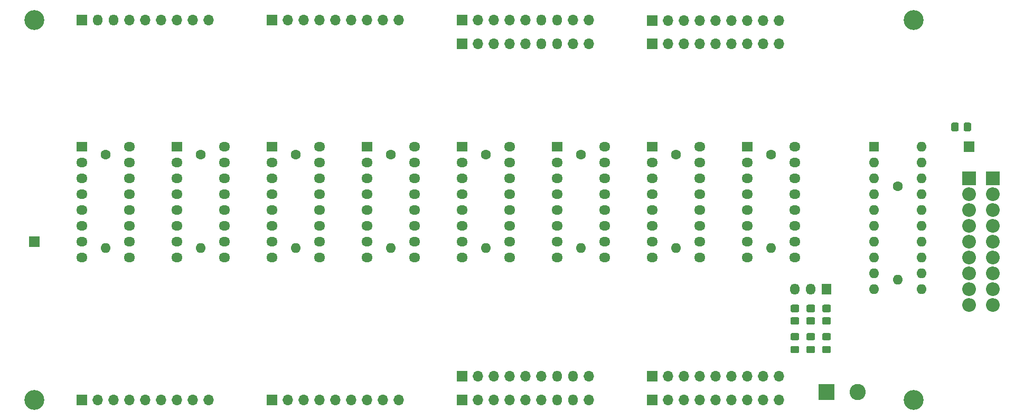
<source format=gbr>
%TF.GenerationSoftware,KiCad,Pcbnew,(5.1.8)-1*%
%TF.CreationDate,2023-02-14T21:38:17+03:00*%
%TF.ProjectId,MUX8x1-v3,4d555838-7831-42d7-9633-2e6b69636164,rev?*%
%TF.SameCoordinates,Original*%
%TF.FileFunction,Soldermask,Top*%
%TF.FilePolarity,Negative*%
%FSLAX46Y46*%
G04 Gerber Fmt 4.6, Leading zero omitted, Abs format (unit mm)*
G04 Created by KiCad (PCBNEW (5.1.8)-1) date 2023-02-14 21:38:17*
%MOMM*%
%LPD*%
G01*
G04 APERTURE LIST*
%ADD10O,1.600000X1.600000*%
%ADD11C,1.600000*%
%ADD12R,1.600000X1.600000*%
%ADD13R,1.700000X1.700000*%
%ADD14O,2.200000X2.200000*%
%ADD15R,2.200000X2.200000*%
%ADD16O,1.700000X1.700000*%
%ADD17O,1.500000X1.800000*%
%ADD18O,1.800000X1.500000*%
%ADD19R,1.800000X1.500000*%
%ADD20R,1.500000X1.800000*%
%ADD21C,2.600000*%
%ADD22R,2.600000X2.600000*%
%ADD23C,3.200000*%
G04 APERTURE END LIST*
%TO.C,R6*%
G36*
G01*
X152850001Y-84960000D02*
X151949999Y-84960000D01*
G75*
G02*
X151700000Y-84710001I0J249999D01*
G01*
X151700000Y-84009999D01*
G75*
G02*
X151949999Y-83760000I249999J0D01*
G01*
X152850001Y-83760000D01*
G75*
G02*
X153100000Y-84009999I0J-249999D01*
G01*
X153100000Y-84710001D01*
G75*
G02*
X152850001Y-84960000I-249999J0D01*
G01*
G37*
G36*
G01*
X152850001Y-86960000D02*
X151949999Y-86960000D01*
G75*
G02*
X151700000Y-86710001I0J249999D01*
G01*
X151700000Y-86009999D01*
G75*
G02*
X151949999Y-85760000I249999J0D01*
G01*
X152850001Y-85760000D01*
G75*
G02*
X153100000Y-86009999I0J-249999D01*
G01*
X153100000Y-86710001D01*
G75*
G02*
X152850001Y-86960000I-249999J0D01*
G01*
G37*
%TD*%
%TO.C,R5*%
G36*
G01*
X155390001Y-84960000D02*
X154489999Y-84960000D01*
G75*
G02*
X154240000Y-84710001I0J249999D01*
G01*
X154240000Y-84009999D01*
G75*
G02*
X154489999Y-83760000I249999J0D01*
G01*
X155390001Y-83760000D01*
G75*
G02*
X155640000Y-84009999I0J-249999D01*
G01*
X155640000Y-84710001D01*
G75*
G02*
X155390001Y-84960000I-249999J0D01*
G01*
G37*
G36*
G01*
X155390001Y-86960000D02*
X154489999Y-86960000D01*
G75*
G02*
X154240000Y-86710001I0J249999D01*
G01*
X154240000Y-86009999D01*
G75*
G02*
X154489999Y-85760000I249999J0D01*
G01*
X155390001Y-85760000D01*
G75*
G02*
X155640000Y-86009999I0J-249999D01*
G01*
X155640000Y-86710001D01*
G75*
G02*
X155390001Y-86960000I-249999J0D01*
G01*
G37*
%TD*%
%TO.C,R4*%
G36*
G01*
X157930001Y-84960000D02*
X157029999Y-84960000D01*
G75*
G02*
X156780000Y-84710001I0J249999D01*
G01*
X156780000Y-84009999D01*
G75*
G02*
X157029999Y-83760000I249999J0D01*
G01*
X157930001Y-83760000D01*
G75*
G02*
X158180000Y-84009999I0J-249999D01*
G01*
X158180000Y-84710001D01*
G75*
G02*
X157930001Y-84960000I-249999J0D01*
G01*
G37*
G36*
G01*
X157930001Y-86960000D02*
X157029999Y-86960000D01*
G75*
G02*
X156780000Y-86710001I0J249999D01*
G01*
X156780000Y-86009999D01*
G75*
G02*
X157029999Y-85760000I249999J0D01*
G01*
X157930001Y-85760000D01*
G75*
G02*
X158180000Y-86009999I0J-249999D01*
G01*
X158180000Y-86710001D01*
G75*
G02*
X157930001Y-86960000I-249999J0D01*
G01*
G37*
%TD*%
%TO.C,D3*%
G36*
G01*
X152850001Y-89475000D02*
X151949999Y-89475000D01*
G75*
G02*
X151700000Y-89225001I0J249999D01*
G01*
X151700000Y-88574999D01*
G75*
G02*
X151949999Y-88325000I249999J0D01*
G01*
X152850001Y-88325000D01*
G75*
G02*
X153100000Y-88574999I0J-249999D01*
G01*
X153100000Y-89225001D01*
G75*
G02*
X152850001Y-89475000I-249999J0D01*
G01*
G37*
G36*
G01*
X152850001Y-91525000D02*
X151949999Y-91525000D01*
G75*
G02*
X151700000Y-91275001I0J249999D01*
G01*
X151700000Y-90624999D01*
G75*
G02*
X151949999Y-90375000I249999J0D01*
G01*
X152850001Y-90375000D01*
G75*
G02*
X153100000Y-90624999I0J-249999D01*
G01*
X153100000Y-91275001D01*
G75*
G02*
X152850001Y-91525000I-249999J0D01*
G01*
G37*
%TD*%
%TO.C,D2*%
G36*
G01*
X155390001Y-89475000D02*
X154489999Y-89475000D01*
G75*
G02*
X154240000Y-89225001I0J249999D01*
G01*
X154240000Y-88574999D01*
G75*
G02*
X154489999Y-88325000I249999J0D01*
G01*
X155390001Y-88325000D01*
G75*
G02*
X155640000Y-88574999I0J-249999D01*
G01*
X155640000Y-89225001D01*
G75*
G02*
X155390001Y-89475000I-249999J0D01*
G01*
G37*
G36*
G01*
X155390001Y-91525000D02*
X154489999Y-91525000D01*
G75*
G02*
X154240000Y-91275001I0J249999D01*
G01*
X154240000Y-90624999D01*
G75*
G02*
X154489999Y-90375000I249999J0D01*
G01*
X155390001Y-90375000D01*
G75*
G02*
X155640000Y-90624999I0J-249999D01*
G01*
X155640000Y-91275001D01*
G75*
G02*
X155390001Y-91525000I-249999J0D01*
G01*
G37*
%TD*%
%TO.C,D1*%
G36*
G01*
X157930001Y-89475000D02*
X157029999Y-89475000D01*
G75*
G02*
X156780000Y-89225001I0J249999D01*
G01*
X156780000Y-88574999D01*
G75*
G02*
X157029999Y-88325000I249999J0D01*
G01*
X157930001Y-88325000D01*
G75*
G02*
X158180000Y-88574999I0J-249999D01*
G01*
X158180000Y-89225001D01*
G75*
G02*
X157930001Y-89475000I-249999J0D01*
G01*
G37*
G36*
G01*
X157930001Y-91525000D02*
X157029999Y-91525000D01*
G75*
G02*
X156780000Y-91275001I0J249999D01*
G01*
X156780000Y-90624999D01*
G75*
G02*
X157029999Y-90375000I249999J0D01*
G01*
X157930001Y-90375000D01*
G75*
G02*
X158180000Y-90624999I0J-249999D01*
G01*
X158180000Y-91275001D01*
G75*
G02*
X157930001Y-91525000I-249999J0D01*
G01*
G37*
%TD*%
D10*
%TO.C,C9*%
X168910000Y-79770000D03*
D11*
X168910000Y-64770000D03*
%TD*%
D10*
%TO.C,U9*%
X172720000Y-58420000D03*
X165100000Y-81280000D03*
X172720000Y-60960000D03*
X165100000Y-78740000D03*
X172720000Y-63500000D03*
X165100000Y-76200000D03*
X172720000Y-66040000D03*
X165100000Y-73660000D03*
X172720000Y-68580000D03*
X165100000Y-71120000D03*
X172720000Y-71120000D03*
X165100000Y-68580000D03*
X172720000Y-73660000D03*
X165100000Y-66040000D03*
X172720000Y-76200000D03*
X165100000Y-63500000D03*
X172720000Y-78740000D03*
X165100000Y-60960000D03*
X172720000Y-81280000D03*
D12*
X165100000Y-58420000D03*
%TD*%
%TO.C,R3*%
G36*
G01*
X178670000Y-54794999D02*
X178670000Y-55695001D01*
G75*
G02*
X178420001Y-55945000I-249999J0D01*
G01*
X177719999Y-55945000D01*
G75*
G02*
X177470000Y-55695001I0J249999D01*
G01*
X177470000Y-54794999D01*
G75*
G02*
X177719999Y-54545000I249999J0D01*
G01*
X178420001Y-54545000D01*
G75*
G02*
X178670000Y-54794999I0J-249999D01*
G01*
G37*
G36*
G01*
X180670000Y-54794999D02*
X180670000Y-55695001D01*
G75*
G02*
X180420001Y-55945000I-249999J0D01*
G01*
X179719999Y-55945000D01*
G75*
G02*
X179470000Y-55695001I0J249999D01*
G01*
X179470000Y-54794999D01*
G75*
G02*
X179719999Y-54545000I249999J0D01*
G01*
X180420001Y-54545000D01*
G75*
G02*
X180670000Y-54794999I0J-249999D01*
G01*
G37*
%TD*%
D13*
%TO.C,J7*%
X180340000Y-58420000D03*
%TD*%
D14*
%TO.C,J3*%
X180340000Y-83820000D03*
X180340000Y-81280000D03*
X180340000Y-78740000D03*
X180340000Y-76200000D03*
X180340000Y-73660000D03*
X180340000Y-71120000D03*
X180340000Y-68580000D03*
X180340000Y-66040000D03*
D15*
X180340000Y-63500000D03*
%TD*%
D14*
%TO.C,J21*%
X184150000Y-83820000D03*
X184150000Y-81280000D03*
X184150000Y-78740000D03*
X184150000Y-76200000D03*
X184150000Y-73660000D03*
X184150000Y-71120000D03*
X184150000Y-68580000D03*
X184150000Y-66040000D03*
D15*
X184150000Y-63500000D03*
%TD*%
D16*
%TO.C,J18*%
X149860000Y-95250000D03*
X147320000Y-95250000D03*
X144780000Y-95250000D03*
X142240000Y-95250000D03*
X139700000Y-95250000D03*
X137160000Y-95250000D03*
X134620000Y-95250000D03*
X132080000Y-95250000D03*
D13*
X129540000Y-95250000D03*
%TD*%
D16*
%TO.C,J16*%
X149860000Y-99060000D03*
X147320000Y-99060000D03*
X144780000Y-99060000D03*
X142240000Y-99060000D03*
X139700000Y-99060000D03*
X137160000Y-99060000D03*
X134620000Y-99060000D03*
X132080000Y-99060000D03*
D13*
X129540000Y-99060000D03*
%TD*%
D16*
%TO.C,J15*%
X58420000Y-38100000D03*
X55880000Y-38100000D03*
X53340000Y-38100000D03*
X50800000Y-38100000D03*
X48260000Y-38100000D03*
X45720000Y-38100000D03*
D17*
X43180000Y-38100000D03*
X40640000Y-38100000D03*
D13*
X38100000Y-38100000D03*
%TD*%
D16*
%TO.C,J14*%
X119380000Y-99060000D03*
D17*
X116840000Y-99060000D03*
X114300000Y-99060000D03*
D16*
X111760000Y-99060000D03*
X109220000Y-99060000D03*
X106680000Y-99060000D03*
X104140000Y-99060000D03*
X101600000Y-99060000D03*
D13*
X99060000Y-99060000D03*
%TD*%
D16*
%TO.C,J12*%
X119380000Y-95250000D03*
D17*
X116840000Y-95250000D03*
X114300000Y-95250000D03*
D16*
X111760000Y-95250000D03*
X109220000Y-95250000D03*
X106680000Y-95250000D03*
X104140000Y-95250000D03*
X101600000Y-95250000D03*
D13*
X99060000Y-95250000D03*
%TD*%
D16*
%TO.C,J11*%
X88900000Y-38100000D03*
X86360000Y-38100000D03*
X83820000Y-38100000D03*
X81280000Y-38100000D03*
X78740000Y-38100000D03*
X76200000Y-38100000D03*
X73660000Y-38100000D03*
X71120000Y-38100000D03*
D13*
X68580000Y-38100000D03*
%TD*%
D16*
%TO.C,J8*%
X149860000Y-38140000D03*
X147320000Y-38140000D03*
X144780000Y-38140000D03*
X142240000Y-38140000D03*
X139700000Y-38140000D03*
X137160000Y-38140000D03*
X134620000Y-38140000D03*
X132080000Y-38140000D03*
D13*
X129540000Y-38140000D03*
%TD*%
D16*
%TO.C,J6*%
X149860000Y-41910000D03*
X147320000Y-41910000D03*
X144780000Y-41910000D03*
X142240000Y-41910000D03*
X139700000Y-41910000D03*
X137160000Y-41910000D03*
X134620000Y-41910000D03*
X132080000Y-41910000D03*
D13*
X129540000Y-41910000D03*
%TD*%
D16*
%TO.C,J5*%
X88900000Y-99060000D03*
X86360000Y-99060000D03*
X83820000Y-99060000D03*
X81280000Y-99060000D03*
X78740000Y-99060000D03*
X76200000Y-99060000D03*
X73660000Y-99060000D03*
X71120000Y-99060000D03*
D13*
X68580000Y-99060000D03*
%TD*%
D16*
%TO.C,J4*%
X119380000Y-38100000D03*
X116840000Y-38100000D03*
D17*
X114300000Y-38100000D03*
X111760000Y-38100000D03*
D16*
X109220000Y-38100000D03*
X106680000Y-38100000D03*
X104140000Y-38100000D03*
X101600000Y-38100000D03*
D13*
X99060000Y-38100000D03*
%TD*%
D16*
%TO.C,J2*%
X119380000Y-41910000D03*
X116840000Y-41910000D03*
D17*
X114300000Y-41910000D03*
X111760000Y-41910000D03*
D16*
X109220000Y-41910000D03*
X106680000Y-41910000D03*
X104140000Y-41910000D03*
X101600000Y-41910000D03*
D13*
X99060000Y-41910000D03*
%TD*%
D16*
%TO.C,J1*%
X58420000Y-99060000D03*
X55880000Y-99060000D03*
X53340000Y-99060000D03*
X50800000Y-99060000D03*
X48260000Y-99060000D03*
X45720000Y-99060000D03*
X43180000Y-99060000D03*
X40640000Y-99060000D03*
D13*
X38100000Y-99060000D03*
%TD*%
D10*
%TO.C,C8*%
X148590000Y-74690000D03*
D11*
X148590000Y-59690000D03*
%TD*%
D10*
%TO.C,C7*%
X133350000Y-74690000D03*
D11*
X133350000Y-59690000D03*
%TD*%
D10*
%TO.C,C6*%
X118110000Y-74690000D03*
D11*
X118110000Y-59690000D03*
%TD*%
D10*
%TO.C,C5*%
X102870000Y-74690000D03*
D11*
X102870000Y-59690000D03*
%TD*%
D10*
%TO.C,C4*%
X87630000Y-74690000D03*
D11*
X87630000Y-59690000D03*
%TD*%
D10*
%TO.C,C3*%
X72390000Y-74690000D03*
D11*
X72390000Y-59690000D03*
%TD*%
D10*
%TO.C,C2*%
X57150000Y-74690000D03*
D11*
X57150000Y-59690000D03*
%TD*%
D10*
%TO.C,C1*%
X41910000Y-74690000D03*
D11*
X41910000Y-59690000D03*
%TD*%
D18*
%TO.C,U8*%
X152400000Y-58420000D03*
X144780000Y-76200000D03*
X152400000Y-60960000D03*
X144780000Y-73660000D03*
X152400000Y-63500000D03*
X144780000Y-71120000D03*
X152400000Y-66040000D03*
X144780000Y-68580000D03*
X152400000Y-68580000D03*
X144780000Y-66040000D03*
X152400000Y-71120000D03*
X144780000Y-63500000D03*
X152400000Y-73660000D03*
X144780000Y-60960000D03*
X152400000Y-76200000D03*
D19*
X144780000Y-58420000D03*
%TD*%
D18*
%TO.C,U7*%
X137160000Y-58420000D03*
X129540000Y-76200000D03*
X137160000Y-60960000D03*
X129540000Y-73660000D03*
X137160000Y-63500000D03*
X129540000Y-71120000D03*
X137160000Y-66040000D03*
X129540000Y-68580000D03*
X137160000Y-68580000D03*
X129540000Y-66040000D03*
X137160000Y-71120000D03*
X129540000Y-63500000D03*
X137160000Y-73660000D03*
X129540000Y-60960000D03*
X137160000Y-76200000D03*
D19*
X129540000Y-58420000D03*
%TD*%
D18*
%TO.C,U6*%
X121920000Y-58420000D03*
X114300000Y-76200000D03*
X121920000Y-60960000D03*
X114300000Y-73660000D03*
X121920000Y-63500000D03*
X114300000Y-71120000D03*
X121920000Y-66040000D03*
X114300000Y-68580000D03*
X121920000Y-68580000D03*
X114300000Y-66040000D03*
X121920000Y-71120000D03*
X114300000Y-63500000D03*
X121920000Y-73660000D03*
X114300000Y-60960000D03*
X121920000Y-76200000D03*
D19*
X114300000Y-58420000D03*
%TD*%
D18*
%TO.C,U5*%
X106680000Y-58420000D03*
X99060000Y-76200000D03*
X106680000Y-60960000D03*
X99060000Y-73660000D03*
X106680000Y-63500000D03*
X99060000Y-71120000D03*
X106680000Y-66040000D03*
X99060000Y-68580000D03*
X106680000Y-68580000D03*
X99060000Y-66040000D03*
X106680000Y-71120000D03*
X99060000Y-63500000D03*
X106680000Y-73660000D03*
X99060000Y-60960000D03*
X106680000Y-76200000D03*
D19*
X99060000Y-58420000D03*
%TD*%
D18*
%TO.C,U4*%
X91440000Y-58420000D03*
X83820000Y-76200000D03*
X91440000Y-60960000D03*
X83820000Y-73660000D03*
X91440000Y-63500000D03*
X83820000Y-71120000D03*
X91440000Y-66040000D03*
X83820000Y-68580000D03*
X91440000Y-68580000D03*
X83820000Y-66040000D03*
X91440000Y-71120000D03*
X83820000Y-63500000D03*
X91440000Y-73660000D03*
X83820000Y-60960000D03*
X91440000Y-76200000D03*
D19*
X83820000Y-58420000D03*
%TD*%
D18*
%TO.C,U3*%
X76200000Y-58420000D03*
X68580000Y-76200000D03*
X76200000Y-60960000D03*
X68580000Y-73660000D03*
X76200000Y-63500000D03*
X68580000Y-71120000D03*
X76200000Y-66040000D03*
X68580000Y-68580000D03*
X76200000Y-68580000D03*
X68580000Y-66040000D03*
X76200000Y-71120000D03*
X68580000Y-63500000D03*
X76200000Y-73660000D03*
X68580000Y-60960000D03*
X76200000Y-76200000D03*
D19*
X68580000Y-58420000D03*
%TD*%
D18*
%TO.C,U2*%
X60960000Y-58420000D03*
X53340000Y-76200000D03*
X60960000Y-60960000D03*
X53340000Y-73660000D03*
X60960000Y-63500000D03*
X53340000Y-71120000D03*
X60960000Y-66040000D03*
X53340000Y-68580000D03*
X60960000Y-68580000D03*
X53340000Y-66040000D03*
X60960000Y-71120000D03*
X53340000Y-63500000D03*
X60960000Y-73660000D03*
X53340000Y-60960000D03*
X60960000Y-76200000D03*
D19*
X53340000Y-58420000D03*
%TD*%
D18*
%TO.C,U1*%
X45720000Y-58420000D03*
X38100000Y-76200000D03*
X45720000Y-60960000D03*
X38100000Y-73660000D03*
X45720000Y-63500000D03*
X38100000Y-71120000D03*
X45720000Y-66040000D03*
X38100000Y-68580000D03*
X45720000Y-68580000D03*
X38100000Y-66040000D03*
X45720000Y-71120000D03*
X38100000Y-63500000D03*
X45720000Y-73660000D03*
X38100000Y-60960000D03*
X45720000Y-76200000D03*
D19*
X38100000Y-58420000D03*
%TD*%
D13*
%TO.C,J20*%
X30480000Y-73660000D03*
%TD*%
D17*
%TO.C,J10*%
X152400000Y-81280000D03*
X154940000Y-81280000D03*
D20*
X157480000Y-81280000D03*
%TD*%
D21*
%TO.C,J9*%
X162480000Y-97790000D03*
D22*
X157480000Y-97790000D03*
%TD*%
D23*
%TO.C,H4*%
X171450000Y-99060000D03*
%TD*%
%TO.C,H3*%
X171450000Y-38100000D03*
%TD*%
%TO.C,H2*%
X30480000Y-99060000D03*
%TD*%
%TO.C,H1*%
X30480000Y-38100000D03*
%TD*%
M02*

</source>
